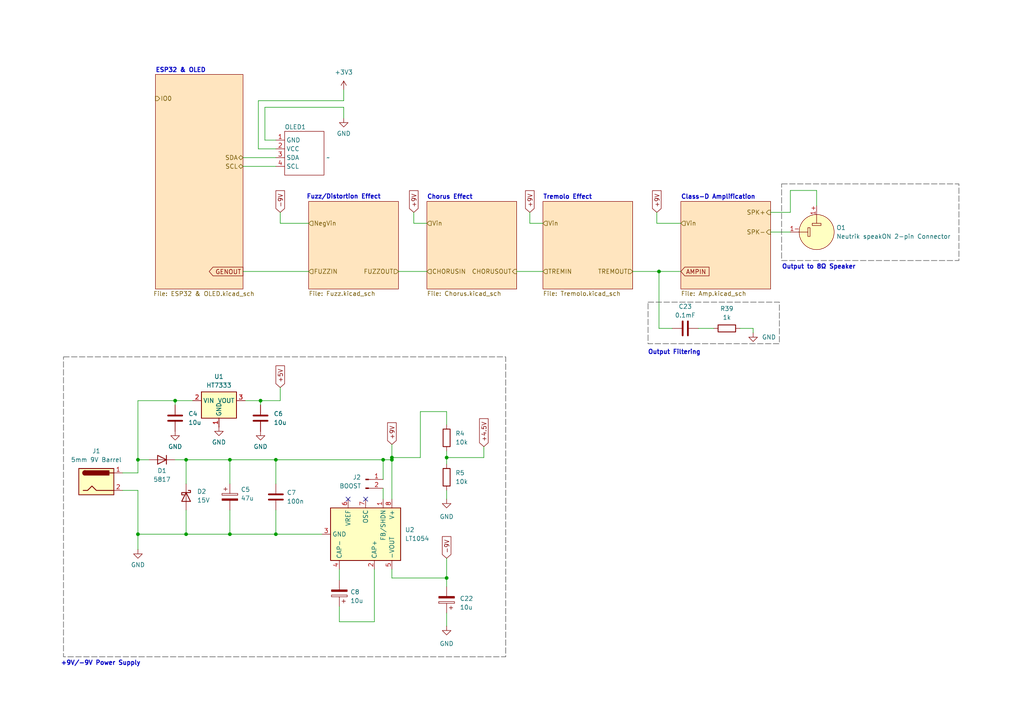
<source format=kicad_sch>
(kicad_sch (version 20231120) (generator "eeschema") (generator_version "8.0")
  (paper "A4")
  (title_block (title "PedalSynth PWM Synthesizer") (date "2024-10-31") (rev "r1.1") (company "Portland State University") (comment 1 "Open Source Hardware") (comment 2 "Design: Eric Sanman, Sierra Buckley, Chuong Vo, Chris Crider"))
  (lib_symbols
    (symbol "Connector:Barrel_Jack" (pin_names (offset 1.016))
      (property "Reference" "J" (at 0 5.334 0))
      (property "Value" "Barrel_Jack" (at 0 -5.08 0))
      (symbol "Barrel_Jack_0_1"
        (rectangle (start -5.08 3.81) (end 5.08 -3.81) (stroke (width 0.254)) (fill (type background)))
        (arc (start -3.302 3.175) (mid -3.9343 2.54) (end -3.302 1.905) (stroke (width 0.254)))
        (arc (start -3.302 3.175) (mid -3.9343 2.54) (end -3.302 1.905) (stroke (width 0.254)) (fill (type outline)))
        (polyline (pts (xy 5.08 2.54) (xy 3.81 2.54)) (stroke (width 0.254)))
        (polyline (pts (xy -3.81 -2.54) (xy -2.54 -2.54) (xy -1.27 -1.27) (xy 0 -2.54) (xy 2.54 -2.54) (xy 5.08 -2.54)) (stroke (width 0.254)))
        (rectangle (start 3.683 3.175) (end -3.302 1.905) (stroke (width 0.254)) (fill (type outline)))
      )
      (symbol "Barrel_Jack_1_1"
        (pin passive line (at 7.62 2.54 180) (length 2.54) (name "~") (number "1"))
        (pin passive line (at 7.62 -2.54 180) (length 2.54) (name "~") (number "2"))
      )
    )
    (symbol "Connector:Conn_01x02_Pin" (pin_names (offset 1.016) hide)
      (property "Reference" "J" (at 0 2.54 0))
      (property "Value" "Conn_01x02_Pin" (at 0 -5.08 0))
      (symbol "Conn_01x02_Pin_1_1"
        (polyline (pts (xy 1.27 -2.54) (xy 0.8636 -2.54)) (stroke (width 0.1524)))
        (polyline (pts (xy 1.27 0) (xy 0.8636 0)) (stroke (width 0.1524)))
        (rectangle (start 0.8636 -2.413) (end 0 -2.667) (stroke (width 0.1524)) (fill (type outline)))
        (rectangle (start 0.8636 0.127) (end 0 -0.127) (stroke (width 0.1524)) (fill (type outline)))
        (pin passive line (at 5.08 0 180) (length 3.81) (name "Pin_1") (number "1"))
        (pin passive line (at 5.08 -2.54 180) (length 3.81) (name "Pin_2") (number "2"))
      )
    )
    (symbol "Connector_Audio:SpeakON_NL2" (pin_names hide)
      (property "Reference" "J" (at 2.54 8.89 0))
      (property "Value" "SpeakON_NL2" (at 7.62 6.35 0))
      (symbol "SpeakON_NL2_0_1"
        (rectangle (start -2.54 1.27) (end -1.905 -1.27))
        (rectangle (start -1.27 2.54) (end 1.27 1.905))
        (polyline (pts (xy -5.08 0) (xy -2.54 0)))
        (polyline (pts (xy 0 5.08) (xy 0 2.54)))
        (circle (center 0 0) (radius 5.08) (fill (type background)))
        (pin passive line (at -7.62 0 0) (length 2.54) (name "1-") (number "1-"))
      )
      (symbol "SpeakON_NL2_1_1"
        (pin passive line (at 0 7.62 270) (length 2.54) (name "1+") (number "1+"))
      )
    )
    (symbol "Device:C" (pin_numbers hide) (pin_names (offset 0.254))
      (property "Reference" "C" (at 0.635 2.54 0))
      (property "Value" "C" (at 0.635 -2.54 0))
      (symbol "C_0_1"
        (polyline (pts (xy -2.032 -0.762) (xy 2.032 -0.762)) (stroke (width 0.508)))
        (polyline (pts (xy -2.032 0.762) (xy 2.032 0.762)) (stroke (width 0.508)))
      )
      (symbol "C_1_1"
        (pin passive line (at 0 3.81 270) (length 2.794) (name "~") (number "1"))
        (pin passive line (at 0 -3.81 90) (length 2.794) (name "~") (number "2"))
      )
    )
    (symbol "Device:C_Polarized" (pin_numbers hide) (pin_names (offset 0.254))
      (property "Reference" "C" (at 0.635 2.54 0))
      (property "Value" "C_Polarized" (at 0.635 -2.54 0))
      (symbol "C_Polarized_0_1"
        (rectangle (start -2.286 0.508) (end 2.286 1.016))
        (polyline (pts (xy -1.778 2.286) (xy -0.762 2.286)))
        (polyline (pts (xy -1.27 2.794) (xy -1.27 1.778)))
        (rectangle (start 2.286 -0.508) (end -2.286 -1.016) (fill (type outline)))
      )
      (symbol "C_Polarized_1_1"
        (pin passive line (at 0 3.81 270) (length 2.794) (name "~") (number "1"))
        (pin passive line (at 0 -3.81 90) (length 2.794) (name "~") (number "2"))
      )
    )
    (symbol "Device:D" (pin_numbers hide) (pin_names (offset 1.016) hide)
      (property "Reference" "D" (at 0 2.54 0))
      (property "Value" "D" (at 0 -2.54 0))
      (symbol "D_0_1"
        (polyline (pts (xy -1.27 1.27) (xy -1.27 -1.27)) (stroke (width 0.254)))
        (polyline (pts (xy 1.27 0) (xy -1.27 0)))
        (polyline (pts (xy 1.27 1.27) (xy 1.27 -1.27) (xy -1.27 0) (xy 1.27 1.27)) (stroke (width 0.254)))
      )
      (symbol "D_1_1"
        (pin passive line (at -3.81 0 0) (length 2.54) (name "K") (number "1"))
        (pin passive line (at 3.81 0 180) (length 2.54) (name "A") (number "2"))
      )
    )
    (symbol "Device:D_Schottky" (pin_numbers hide) (pin_names (offset 1.016) hide)
      (property "Reference" "D" (at 0 2.54 0))
      (property "Value" "D_Schottky" (at 0 -2.54 0))
      (symbol "D_Schottky_0_1"
        (polyline (pts (xy 1.27 0) (xy -1.27 0)))
        (polyline (pts (xy 1.27 1.27) (xy 1.27 -1.27) (xy -1.27 0) (xy 1.27 1.27)) (stroke (width 0.254)))
        (polyline (pts (xy -1.905 0.635) (xy -1.905 1.27) (xy -1.27 1.27) (xy -1.27 -1.27) (xy -0.635 -1.27) (xy -0.635 -0.635)) (stroke (width 0.254)))
      )
      (symbol "D_Schottky_1_1"
        (pin passive line (at -3.81 0 0) (length 2.54) (name "K") (number "1"))
        (pin passive line (at 3.81 0 180) (length 2.54) (name "A") (number "2"))
      )
    )
    (symbol "Device:R" (pin_numbers hide) (pin_names (offset 0))
      (property "Reference" "R" (at 2.032 0 90))
      (property "Value" "R" (at 0 0 90))
      (symbol "R_0_1"
        (rectangle (start -1.016 -2.54) (end 1.016 2.54) (stroke (width 0.254)))
      )
      (symbol "R_1_1"
        (pin passive line (at 0 3.81 270) (length 1.27) (name "~") (number "1"))
        (pin passive line (at 0 -3.81 90) (length 1.27) (name "~") (number "2"))
      )
    )
    (symbol "Project Specific Library:OLED_SSD1306"
      (property "Reference" "0.96\"OLED1" (at -0.635 2.54 0))
      (property "Value" "~" (at -0.635 0 0))
      (symbol "OLED_SSD1306_0_1"
        (rectangle (start -5.08 -1.27) (end 6.35 -13.97))
      )
      (symbol "OLED_SSD1306_1_1"
        (pin output line (at -7.62 -3.81 0) (length 2.54) (name "GND") (number "1"))
        (pin input line (at -7.62 -6.35 0) (length 2.54) (name "VCC") (number "2"))
        (pin input line (at -7.62 -8.89 0) (length 2.54) (name "SDA") (number "3"))
        (pin input line (at -7.62 -11.43 0) (length 2.54) (name "SCL") (number "4"))
      )
    )
    (symbol "Regulator_Linear:HT75xx-1-SOT89"
      (property "Reference" "U" (at -5.08 -3.81 0))
      (property "Value" "HT75xx-1-SOT89" (at 0 6.35 0))
      (symbol "HT75xx-1-SOT89_0_1"
        (rectangle (start -5.08 5.08) (end 5.08 -2.54) (stroke (width 0.254)) (fill (type background)))
      )
      (symbol "HT75xx-1-SOT89_1_1"
        (pin power_in line (at 0 -5.08 90) (length 2.54) (name "GND") (number "1"))
        (pin power_in line (at -7.62 2.54 0) (length 2.54) (name "VIN") (number "2"))
        (pin power_out line (at 7.62 2.54 180) (length 2.54) (name "VOUT") (number "3"))
      )
    )
    (symbol "Regulator_SwitchedCapacitor:LT1054"
      (property "Reference" "U" (at -6.604 11.176 0))
      (property "Value" "LT1054" (at 4.318 11.176 0))
      (symbol "LT1054_0_1"
        (rectangle (start -7.62 10.16) (end 7.62 -10.16) (stroke (width 0.254)) (fill (type background)))
      )
      (symbol "LT1054_1_1"
        (pin input line (at -10.16 5.08 0) (length 2.54) (name "FB/SHDN") (number "1"))
        (pin input line (at 10.16 2.54 180) (length 2.54) (name "CAP+") (number "2"))
        (pin power_in line (at 0 -12.7 90) (length 2.54) (name "GND") (number "3"))
        (pin input line (at 10.16 -7.62 180) (length 2.54) (name "CAP-") (number "4"))
        (pin power_out line (at 10.16 7.62 180) (length 2.54) (name "-VOUT") (number "5"))
        (pin output line (at -10.16 -5.08 0) (length 2.54) (name "VREF") (number "6"))
        (pin input line (at -10.16 0 0) (length 2.54) (name "OSC") (number "7"))
        (pin power_in line (at -10.16 7.62 0) (length 2.54) (name "V+") (number "8"))
      )
    )
    (symbol "power:+3V3" (power) (pin_numbers hide) (pin_names (offset 0) hide)
      (property "Value" "+3V3" (at 0 3.556 0))
      (symbol "+3V3_0_1"
        (polyline (pts (xy -0.762 1.27) (xy 0 2.54)))
        (polyline (pts (xy 0 0) (xy 0 2.54)))
        (polyline (pts (xy 0 2.54) (xy 0.762 1.27)))
      )
      (symbol "+3V3_1_1"
        (pin power_in line (at 0 0 90) (length 0) (name "~") (number "1"))
      )
    )
    (symbol "power:GND" (power) (pin_numbers hide) (pin_names (offset 0) hide)
      (property "Value" "GND" (at 0 -3.81 0))
      (symbol "GND_0_1"
        (polyline (pts (xy 0 0) (xy 0 -1.27) (xy 1.27 -1.27) (xy 0 -2.54) (xy -1.27 -1.27) (xy 0 -1.27)))
      )
      (symbol "GND_1_1"
        (pin power_in line (at 0 0 270) (length 0) (name "~") (number "1"))
      )
    )
  )
  (junction (at 191.135 78.74))
  (junction (at 53.975 133.35))
  (junction (at 40.005 154.94))
  (junction (at 113.665 132.715))
  (junction (at 111.125 133.35))
  (junction (at 129.54 167.64))
  (junction (at 129.54 132.715))
  (junction (at 80.01 154.94))
  (junction (at 80.01 133.35))
  (junction (at 66.675 154.94))
  (junction (at 66.675 133.35))
  (junction (at 75.565 116.205))
  (junction (at 53.975 154.94))
  (junction (at 40.005 133.35))
  (junction (at 113.665 133.35))
  (junction (at 50.8 116.205))
  (no_connect (at 100.965 144.78))
  (no_connect (at 106.045 144.78))
  (wire (pts (xy 35.56 137.16) (xy 40.005 137.16)))
  (wire (pts (xy 129.54 119.38) (xy 129.54 123.19)))
  (wire (pts (xy 121.92 132.715) (xy 121.92 119.38)))
  (wire (pts (xy 236.855 55.245) (xy 236.855 59.69)))
  (wire (pts (xy 113.665 128.905) (xy 113.665 132.715)))
  (wire (pts (xy 66.675 147.955) (xy 66.675 154.94)))
  (wire (pts (xy 80.01 133.35) (xy 111.125 133.35)))
  (wire (pts (xy 81.28 64.77) (xy 89.535 64.77)))
  (wire (pts (xy 75.565 116.205) (xy 75.565 117.475)))
  (wire (pts (xy 53.975 154.94) (xy 40.005 154.94)))
  (wire (pts (xy 113.665 132.715) (xy 121.92 132.715)))
  (wire (pts (xy 80.01 147.955) (xy 80.01 154.94)))
  (wire (pts (xy 74.93 29.21) (xy 74.93 43.18)))
  (wire (pts (xy 40.005 142.24) (xy 40.005 154.94)))
  (wire (pts (xy 229.235 61.595) (xy 229.235 55.245)))
  (wire (pts (xy 120.015 64.77) (xy 123.825 64.77)))
  (wire (pts (xy 202.565 95.25) (xy 207.01 95.25)))
  (wire (pts (xy 129.54 132.715) (xy 129.54 134.62)))
  (wire (pts (xy 111.125 141.605) (xy 111.125 144.78)))
  (wire (pts (xy 74.93 43.18) (xy 80.01 43.18)))
  (wire (pts (xy 183.515 78.74) (xy 191.135 78.74)))
  (wire (pts (xy 120.015 61.595) (xy 120.015 64.77)))
  (wire (pts (xy 115.57 78.74) (xy 123.825 78.74)))
  (wire (pts (xy 99.695 26.035) (xy 99.695 29.21)))
  (wire (pts (xy 191.135 78.74) (xy 197.485 78.74)))
  (wire (pts (xy 129.54 167.64) (xy 129.54 161.925)))
  (wire (pts (xy 50.8 116.205) (xy 55.88 116.205)))
  (wire (pts (xy 153.67 64.77) (xy 157.48 64.77)))
  (wire (pts (xy 98.425 175.895) (xy 98.425 180.34)))
  (wire (pts (xy 113.665 133.35) (xy 113.665 144.78)))
  (wire (pts (xy 40.005 154.94) (xy 40.005 159.385)))
  (wire (pts (xy 214.63 95.25) (xy 218.44 95.25)))
  (wire (pts (xy 70.485 45.72) (xy 80.01 45.72)))
  (wire (pts (xy 140.335 132.715) (xy 140.335 129.54)))
  (wire (pts (xy 121.92 119.38) (xy 129.54 119.38)))
  (wire (pts (xy 76.835 31.115) (xy 99.695 31.115)))
  (wire (pts (xy 99.695 31.115) (xy 99.695 34.29)))
  (wire (pts (xy 129.54 132.715) (xy 140.335 132.715)))
  (wire (pts (xy 113.665 165.1) (xy 113.665 167.64)))
  (wire (pts (xy 40.005 133.35) (xy 40.005 116.205)))
  (wire (pts (xy 218.44 95.25) (xy 218.44 96.52)))
  (wire (pts (xy 40.005 116.205) (xy 50.8 116.205)))
  (wire (pts (xy 129.54 177.8) (xy 129.54 181.61)))
  (wire (pts (xy 98.425 180.34) (xy 108.585 180.34)))
  (wire (pts (xy 75.565 116.205) (xy 81.28 116.205)))
  (wire (pts (xy 153.67 61.595) (xy 153.67 64.77)))
  (wire (pts (xy 108.585 180.34) (xy 108.585 165.1)))
  (wire (pts (xy 76.835 40.64) (xy 76.835 31.115)))
  (wire (pts (xy 81.28 116.205) (xy 81.28 112.395)))
  (wire (pts (xy 35.56 142.24) (xy 40.005 142.24)))
  (wire (pts (xy 50.8 133.35) (xy 53.975 133.35)))
  (wire (pts (xy 80.01 40.64) (xy 76.835 40.64)))
  (wire (pts (xy 66.675 133.35) (xy 80.01 133.35)))
  (wire (pts (xy 70.485 48.26) (xy 80.01 48.26)))
  (wire (pts (xy 40.005 133.35) (xy 43.18 133.35)))
  (wire (pts (xy 129.54 130.81) (xy 129.54 132.715)))
  (wire (pts (xy 223.52 61.595) (xy 229.235 61.595)))
  (wire (pts (xy 111.125 133.35) (xy 113.665 133.35)))
  (wire (pts (xy 129.54 142.24) (xy 129.54 144.78)))
  (wire (pts (xy 99.695 29.21) (xy 74.93 29.21)))
  (wire (pts (xy 93.345 154.94) (xy 80.01 154.94)))
  (wire (pts (xy 191.135 78.74) (xy 191.135 95.25)))
  (wire (pts (xy 98.425 165.1) (xy 98.425 168.275)))
  (wire (pts (xy 81.28 61.595) (xy 81.28 64.77)))
  (wire (pts (xy 53.975 147.955) (xy 53.975 154.94)))
  (wire (pts (xy 66.675 133.35) (xy 66.675 140.335)))
  (wire (pts (xy 80.01 154.94) (xy 66.675 154.94)))
  (wire (pts (xy 70.485 78.74) (xy 89.535 78.74)))
  (wire (pts (xy 111.125 133.35) (xy 111.125 139.065)))
  (wire (pts (xy 66.675 154.94) (xy 53.975 154.94)))
  (wire (pts (xy 80.01 133.35) (xy 80.01 140.335)))
  (wire (pts (xy 190.5 61.595) (xy 190.5 64.77)))
  (wire (pts (xy 113.665 167.64) (xy 129.54 167.64)))
  (wire (pts (xy 53.975 133.35) (xy 53.975 140.335)))
  (wire (pts (xy 191.135 95.25) (xy 194.945 95.25)))
  (wire (pts (xy 113.665 132.715) (xy 113.665 133.35)))
  (wire (pts (xy 190.5 64.77) (xy 197.485 64.77)))
  (wire (pts (xy 71.12 116.205) (xy 75.565 116.205)))
  (wire (pts (xy 50.8 117.475) (xy 50.8 116.205)))
  (wire (pts (xy 149.86 78.74) (xy 157.48 78.74)))
  (wire (pts (xy 53.975 133.35) (xy 66.675 133.35)))
  (wire (pts (xy 40.005 137.16) (xy 40.005 133.35)))
  (wire (pts (xy 129.54 167.64) (xy 129.54 170.18)))
  (wire (pts (xy 229.235 55.245) (xy 236.855 55.245)))
  (wire (pts (xy 223.52 67.31) (xy 229.235 67.31)))
  (rectangle (start 226.695 53.34) (end 278.13 75.565) (stroke (width 0) (type dash) (color 72 72 72 1)))
  (rectangle (start 187.96 87.63) (end 226.06 99.695) (stroke (width 0) (type dash) (color 72 72 72 1)))
  (rectangle (start 18.415 103.505) (end 146.685 190.5) (stroke (width 0) (type dash) (color 72 72 72 1)))
  (text "Output to 8Ω Speaker" (at 237.49 77.47 0) (effects (font (size 1.27 1.27) (thickness 0.254) (bold yes))))
  (text "Output Filtering" (at 195.58 102.235 0) (effects (font (size 1.27 1.27) (thickness 0.254) (bold yes))))
  (text "+9V/-9V Power Supply" (at 29.21 192.405 0) (effects (font (size 1.27 1.27) (thickness 0.254) (bold yes))))
  (text "Fuzz/Distortion Effect" (at 99.695 57.15 0) (effects (font (size 1.27 1.27) (thickness 0.254) (bold yes))))
  (global_label "-9V" (shape input) (at 129.54 161.925 90) (property "Intersheetrefs" "${INTERSHEET_REFS}" (effects (hide yes))))
  (global_label "AMPIN" (shape input) (at 197.485 78.74 0) (property "Intersheetrefs" "${INTERSHEET_REFS}" (effects (hide yes))))
  (global_label "+4.5V" (shape input) (at 140.335 129.54 90) (property "Intersheetrefs" "${INTERSHEET_REFS}" (effects (hide yes))))
  (global_label "-9V" (shape input) (at 81.28 61.595 90) (property "Intersheetrefs" "${INTERSHEET_REFS}" (effects (hide yes))))
  (global_label "+9V" (shape input) (at 190.5 61.595 90) (property "Intersheetrefs" "${INTERSHEET_REFS}" (effects (hide yes))))
  (global_label "+9V" (shape input) (at 113.665 128.905 90) (property "Intersheetrefs" "${INTERSHEET_REFS}" (effects (hide yes))))
  (global_label "+9V" (shape input) (at 120.015 61.595 90) (property "Intersheetrefs" "${INTERSHEET_REFS}" (effects (hide yes))))
  (global_label "+5V" (shape input) (at 81.28 112.395 90) (property "Intersheetrefs" "${INTERSHEET_REFS}" (effects (hide yes))))
  (global_label "GENOUT" (shape output) (at 70.485 78.74 180) (property "Intersheetrefs" "${INTERSHEET_REFS}" (effects (hide yes))))
  (global_label "+9V" (shape input) (at 153.67 61.595 90) (property "Intersheetrefs" "${INTERSHEET_REFS}" (effects (hide yes))))
  (hierarchical_label "TREMOUT" (shape input) (at 183.515 78.74 180))
  (hierarchical_label "FUZZIN" (shape input) (at 89.535 78.74 0))
  (hierarchical_label "SDA" (shape bidirectional) (at 70.485 45.72 180))
  (hierarchical_label "FUZZOUT" (shape input) (at 115.57 78.74 180))
  (hierarchical_label "Vin" (shape input) (at 157.48 64.77 0))
  (hierarchical_label "TREMIN" (shape input) (at 157.48 78.74 0))
  (hierarchical_label "CHORUSOUT" (shape output) (at 149.86 78.74 180))
  (hierarchical_label "SPK-" (shape output) (at 223.52 67.31 180))
  (hierarchical_label "IO0" (shape output) (at 45.085 28.575 0))
  (hierarchical_label "CHORUSIN" (shape input) (at 123.825 78.74 0))
  (hierarchical_label "Vin" (shape input) (at 123.825 64.77 0))
  (hierarchical_label "Vin" (shape input) (at 197.485 64.77 0))
  (hierarchical_label "NegVin" (shape input) (at 89.535 64.77 0))
  (hierarchical_label "SCL" (shape bidirectional) (at 70.485 48.26 180))
  (hierarchical_label "SPK+" (shape output) (at 223.52 61.595 180))
  (symbol (lib_id "power:GND") (at 40.005 159.385 0) (unit 1)
    (property "Reference" "#PWR05" (effects (hide yes)))
    (property "Value" "GND" (at 40.005 163.83 0))
    (property "Description" "Power symbol creates a global label with name \"GND\" , ground" (effects (hide yes)))
  )
  (symbol (lib_id "Device:R") (at 129.54 138.43 0) (unit 1)
    (property "Reference" "R5" (at 132.08 137.1599 0) (effects (justify left)))
    (property "Value" "10k" (at 132.08 139.6999 0) (effects (justify left)))
    (property "Description" "Resistor" (effects (hide yes)))
  )
  (symbol (lib_id "power:GND") (at 129.54 181.61 0) (unit 1)
    (property "Reference" "#PWR043" (effects (hide yes)))
    (property "Value" "GND" (at 129.54 186.69 0))
    (property "Description" "Power symbol creates a global label with name \"GND\" , ground" (effects (hide yes)))
  )
  (symbol (lib_id "Device:R") (at 210.82 95.25 270) (unit 1)
    (property "Reference" "R39" (at 210.82 89.535 90))
    (property "Value" "1k" (at 210.82 92.075 90))
    (property "Description" "Resistor" (effects (hide yes)))
  )
  (symbol (lib_id "Device:C") (at 80.01 144.145 0) (unit 1)
    (property "Reference" "C7" (at 83.185 142.8749 0) (effects (justify left)))
    (property "Value" "100n" (at 83.185 145.4149 0) (effects (justify left)))
    (property "Description" "Unpolarized capacitor" (effects (hide yes)))
  )
  (symbol (lib_id "Device:D_Schottky") (at 53.975 144.145 270) (unit 1)
    (property "Reference" "D2" (at 57.15 142.5574 90) (effects (justify left)))
    (property "Value" "15V" (at 57.15 145.0974 90) (effects (justify left)))
    (property "Description" "Schottky diode" (effects (hide yes)))
  )
  (symbol (lib_id "Device:D") (at 46.99 133.35 180) (unit 1)
    (property "Reference" "D1" (at 46.99 136.525 0))
    (property "Value" "5817" (at 46.99 139.065 0))
    (property "Description" "Diode" (effects (hide yes)))
    (property "Sim.Device" "D" (effects (hide yes)))
    (property "Sim.Pins" "1=K 2=A" (effects (hide yes)))
  )
  (symbol (lib_id "Connector_Audio:SpeakON_NL2") (at 236.855 67.31 0) (unit 1)
    (property "Reference" "O1" (at 242.57 66.0399 0) (effects (justify left)))
    (property "Value" "Neutrik speakON 2-pin Connector" (at 242.57 68.5799 0) (effects (justify left)))
    (property "Datasheet" "http://www.neutrik.com/en/speakon/" (effects (hide yes)))
    (property "Description" "speakON Connector, Male or Female, NL2" (effects (hide yes)))
  )
  (symbol (lib_id "Device:C") (at 50.8 121.285 0) (unit 1)
    (property "Reference" "C4" (at 54.61 120.0149 0) (effects (justify left)))
    (property "Value" "10u" (at 54.61 122.5549 0) (effects (justify left)))
    (property "Description" "Unpolarized capacitor" (effects (hide yes)))
  )
  (symbol (lib_id "Connector:Barrel_Jack") (at 27.94 139.7 0) (unit 1)
    (property "Reference" "J1" (at 27.94 130.81 0))
    (property "Value" "5mm 9V Barrel" (at 27.94 133.35 0))
    (property "Description" "DC Barrel Jack" (effects (hide yes)))
  )
  (symbol (lib_id "Regulator_SwitchedCapacitor:LT1054") (at 106.045 154.94 270) (unit 1)
    (property "Reference" "U2" (at 117.475 153.6699 90) (effects (justify left)))
    (property "Value" "LT1054" (at 117.475 156.2099 90) (effects (justify left)))
    (property "Datasheet" "https://www.analog.com/media/en/technical-documentation/data-sheets/1054lfh.pdf" (effects (hide yes)))
    (property "Description" "Switched-Capacitor Voltage Converter with Regulator, output current 100mA, operating range 3.5V to 15V, low loss 1.1V at 100mA, DIP-8/SO-8" (effects (hide yes)))
  )
  (symbol (lib_id "Connector:Conn_01x02_Pin") (at 106.045 139.065 0) (unit 1)
    (property "Reference" "J2" (at 103.505 138.43 0))
    (property "Value" "BOOST" (at 101.6 140.97 0))
    (property "Description" "Generic connector, single row, 01x02, script generated" (effects (hide yes)))
  )
  (symbol (lib_id "Device:C_Polarized") (at 98.425 172.085 180) (unit 1)
    (property "Reference" "C8" (at 101.6 171.7039 0) (effects (justify right)))
    (property "Value" "10u" (at 101.6 174.2439 0) (effects (justify right)))
    (property "Description" "Polarized capacitor" (effects (hide yes)))
  )
  (symbol (lib_id "power:+3V3") (at 99.695 26.035 0) (unit 1)
    (property "Reference" "#PWR023" (effects (hide yes)))
    (property "Value" "+3V3" (at 99.695 20.955 0))
    (property "Description" "Power symbol creates a global label with name \"+3V3\"" (effects (hide yes)))
  )
  (symbol (lib_id "power:GND") (at 50.8 125.095 0) (unit 1)
    (property "Reference" "#PWR046" (effects (hide yes)))
    (property "Value" "GND" (at 50.8 129.54 0))
    (property "Description" "Power symbol creates a global label with name \"GND\" , ground" (effects (hide yes)))
  )
  (symbol (lib_id "Device:C_Polarized") (at 66.675 144.145 0) (unit 1)
    (property "Reference" "C5" (at 69.85 141.9859 0) (effects (justify left)))
    (property "Value" "47u" (at 69.85 144.5259 0) (effects (justify left)))
    (property "Description" "Polarized capacitor" (effects (hide yes)))
  )
  (symbol (lib_id "power:GND") (at 75.565 125.095 0) (unit 1)
    (property "Reference" "#PWR047" (effects (hide yes)))
    (property "Value" "GND" (at 75.565 129.54 0))
    (property "Description" "Power symbol creates a global label with name \"GND\" , ground" (effects (hide yes)))
  )
  (symbol (lib_id "power:GND") (at 129.54 144.78 0) (unit 1)
    (property "Reference" "#PWR09" (effects (hide yes)))
    (property "Value" "GND" (at 129.54 149.86 0))
    (property "Description" "Power symbol creates a global label with name \"GND\" , ground" (effects (hide yes)))
  )
  (symbol (lib_id "Regulator_Linear:HT75xx-1-SOT89") (at 63.5 118.745 0) (unit 1)
    (property "Reference" "U1" (at 63.5 109.22 0))
    (property "Value" "HT7333" (at 63.5 111.76 0))
    (property "Footprint" "Package_TO_SOT_SMD:SOT-89-3" (effects (hide yes)))
    (property "Datasheet" "https://www.holtek.com/documents/10179/116711/HT75xx-1v250.pdf" (effects (hide yes)))
    (property "Description" "100mA Low Dropout Voltage Regulator, Fixed Output, SOT89" (effects (hide yes)))
  )
  (symbol (lib_id "Device:C") (at 198.755 95.25 90) (unit 1)
    (property "Reference" "C23" (at 198.755 88.9 90))
    (property "Value" "0.1mF" (at 198.755 91.44 90))
    (property "Description" "Unpolarized capacitor" (effects (hide yes)))
  )
  (symbol (lib_id "Project Specific Library:OLED_SSD1306") (at 87.63 36.83 0) (unit 1)
    (property "Reference" "OLED1" (at 82.55 36.83 0) (effects (justify left)))
    (property "Value" "~" (at 94.615 45.72 0) (effects (justify left)))
    (property "Datasheet" "https://www.mouser.com/datasheet/2/1398/Soldered_333099-3395096.pdf" (effects (hide yes)))
  )
  (symbol (lib_id "Device:R") (at 129.54 127 0) (unit 1)
    (property "Reference" "R4" (at 132.08 125.7299 0) (effects (justify left)))
    (property "Value" "10k" (at 132.08 128.2699 0) (effects (justify left)))
    (property "Description" "Resistor" (effects (hide yes)))
  )
  (symbol (lib_id "power:GND") (at 63.5 123.825 0) (unit 1)
    (property "Reference" "#PWR048" (effects (hide yes)))
    (property "Value" "GND" (at 63.5 128.27 0))
    (property "Description" "Power symbol creates a global label with name \"GND\" , ground" (effects (hide yes)))
  )
  (symbol (lib_id "power:GND") (at 99.695 34.29 0) (unit 1)
    (property "Reference" "#PWR06" (effects (hide yes)))
    (property "Value" "GND" (at 99.695 38.735 0))
    (property "Description" "Power symbol creates a global label with name \"GND\" , ground" (effects (hide yes)))
  )
  (symbol (lib_id "Device:C") (at 75.565 121.285 0) (unit 1)
    (property "Reference" "C6" (at 79.375 120.0149 0) (effects (justify left)))
    (property "Value" "10u" (at 79.375 122.5549 0) (effects (justify left)))
    (property "Description" "Unpolarized capacitor" (effects (hide yes)))
  )
  (symbol (lib_id "power:GND") (at 218.44 96.52 0) (unit 1)
    (property "Reference" "#PWR01" (effects (hide yes)))
    (property "Value" "GND" (at 220.98 97.7899 0) (effects (justify left)))
    (property "Description" "Power symbol creates a global label with name \"GND\" , ground" (effects (hide yes)))
  )
  (symbol (lib_id "Device:C_Polarized") (at 129.54 173.99 180) (unit 1)
    (property "Reference" "C22" (at 133.35 173.6089 0) (effects (justify right)))
    (property "Value" "10u" (at 133.35 176.1489 0) (effects (justify right)))
    (property "Description" "Polarized capacitor" (effects (hide yes)))
  )
  (sheet (at 157.48 58.42) (size 26.035 25.4) (stroke (width 0.1524)) (fill (color 255 229 191 1.0000))
    (property "Sheetname" "Tremolo Effect" (at 157.48 57.7084 0) (effects (font (thickness 0.254) (bold yes)) (justify left bottom)))
    (property "Sheetfile" "Tremolo.kicad_sch" (at 157.48 84.4046 0) (effects (justify left top)))
  )
  (sheet (at 89.535 58.42) (size 26.035 25.4) (stroke (width 0.1524)) (fill (color 255 229 191 1.0000))
    (property "Sheetname" "Fuzz Schematic" (effects (hide yes)))
    (property "Sheetfile" "Fuzz.kicad_sch" (at 89.535 84.4046 0) (effects (justify left top)))
  )
  (sheet (at 45.085 21.59) (size 25.4 62.23) (stroke (width 0.1524)) (fill (color 255 229 191 1.0000))
    (property "Sheetname" "ESP32 & OLED" (at 45.085 20.955 0) (effects (font (thickness 0.254) (bold yes)) (justify left bottom)))
    (property "Sheetfile" "ESP32 & OLED.kicad_sch" (at 44.45 84.455 0) (effects (justify left top)))
  )
  (sheet (at 123.825 58.42) (size 26.035 25.4) (stroke (width 0.1524)) (fill (color 255 229 191 1.0000))
    (property "Sheetname" "Chorus Effect" (at 123.825 57.7084 0) (effects (font (thickness 0.254) (bold yes)) (justify left bottom)))
    (property "Sheetfile" "Chorus.kicad_sch" (at 123.825 84.4046 0) (effects (justify left top)))
  )
  (sheet (at 197.485 58.42) (size 26.035 25.4) (stroke (width 0.1524)) (fill (color 255 229 191 1.0000))
    (property "Sheetname" "Class-D Amplification" (at 197.485 57.7084 0) (effects (font (thickness 0.254) (bold yes)) (justify left bottom)))
    (property "Sheetfile" "Amp.kicad_sch" (at 197.485 84.4046 0) (effects (justify left top)))
  )
)
</source>
